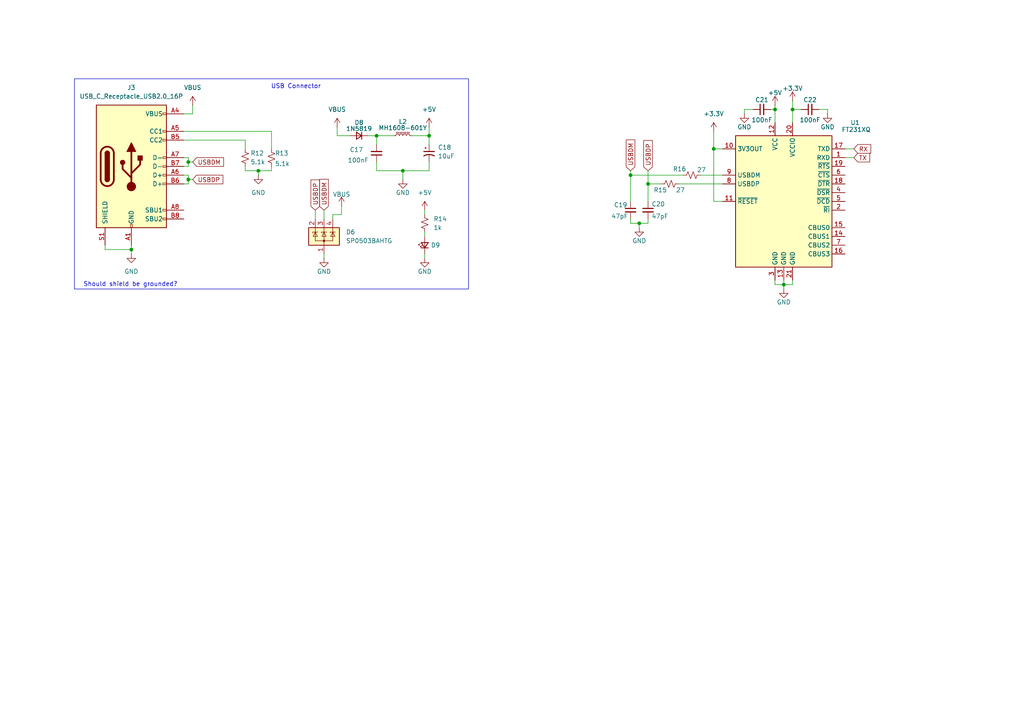
<source format=kicad_sch>
(kicad_sch (version 20231120) (generator "eeschema") (generator_version "8.0")
  (paper "A4")
  (lib_symbols
    (symbol "Connector:USB_C_Receptacle_USB2.0_16P" (pin_names (offset 1.016))
      (property "Reference" "J" (at 0 22.225 0))
      (property "Value" "USB_C_Receptacle_USB2.0_16P" (at 0 19.685 0))
      (symbol "USB_C_Receptacle_USB2.0_16P_0_0"
        (rectangle (start -0.254 -17.78) (end 0.254 -16.764))
        (rectangle (start 10.16 -14.986) (end 9.144 -15.494))
        (rectangle (start 10.16 -12.446) (end 9.144 -12.954))
        (rectangle (start 10.16 -4.826) (end 9.144 -5.334))
        (rectangle (start 10.16 -2.286) (end 9.144 -2.794))
        (rectangle (start 10.16 0.254) (end 9.144 -0.254))
        (rectangle (start 10.16 2.794) (end 9.144 2.286))
        (rectangle (start 10.16 7.874) (end 9.144 7.366))
        (rectangle (start 10.16 10.414) (end 9.144 9.906))
        (rectangle (start 10.16 15.494) (end 9.144 14.986))
      )
      (symbol "USB_C_Receptacle_USB2.0_16P_0_1"
        (rectangle (start -10.16 17.78) (end 10.16 -17.78) (stroke (width 0.254)) (fill (type background)))
        (arc (start -8.89 -3.81) (mid -6.985 -5.7067) (end -5.08 -3.81) (stroke (width 0.508)))
        (arc (start -7.62 -3.81) (mid -6.985 -4.4423) (end -6.35 -3.81) (stroke (width 0.254)))
        (arc (start -7.62 -3.81) (mid -6.985 -4.4423) (end -6.35 -3.81) (stroke (width 0.254)) (fill (type outline)))
        (rectangle (start -7.62 -3.81) (end -6.35 3.81) (stroke (width 0.254)) (fill (type outline)))
        (arc (start -6.35 3.81) (mid -6.985 4.4423) (end -7.62 3.81) (stroke (width 0.254)))
        (arc (start -6.35 3.81) (mid -6.985 4.4423) (end -7.62 3.81) (stroke (width 0.254)) (fill (type outline)))
        (arc (start -5.08 3.81) (mid -6.985 5.7067) (end -8.89 3.81) (stroke (width 0.508)))
        (circle (center -2.54 1.143) (radius 0.635) (stroke (width 0.254)) (fill (type outline)))
        (circle (center 0 -5.842) (radius 1.27) (fill (type outline)))
        (polyline (pts (xy -8.89 -3.81) (xy -8.89 3.81)) (stroke (width 0.508)))
        (polyline (pts (xy -5.08 3.81) (xy -5.08 -3.81)) (stroke (width 0.508)))
        (polyline (pts (xy 0 -5.842) (xy 0 4.318)) (stroke (width 0.508)))
        (polyline (pts (xy 0 -3.302) (xy -2.54 -0.762) (xy -2.54 0.508)) (stroke (width 0.508)))
        (polyline (pts (xy 0 -2.032) (xy 2.54 0.508) (xy 2.54 1.778)) (stroke (width 0.508)))
        (polyline (pts (xy -1.27 4.318) (xy 0 6.858) (xy 1.27 4.318) (xy -1.27 4.318)) (stroke (width 0.254)) (fill (type outline)))
        (rectangle (start 1.905 1.778) (end 3.175 3.048) (stroke (width 0.254)) (fill (type outline)))
      )
      (symbol "USB_C_Receptacle_USB2.0_16P_1_1"
        (pin passive line (at 0 -22.86 90) (length 5.08) (name "GND") (number "A1"))
        (pin passive line (at 0 -22.86 90) (length 5.08) hide (name "GND") (number "A12"))
        (pin passive line (at 15.24 15.24 180) (length 5.08) (name "VBUS") (number "A4"))
        (pin bidirectional line (at 15.24 10.16 180) (length 5.08) (name "CC1") (number "A5"))
        (pin bidirectional line (at 15.24 -2.54 180) (length 5.08) (name "D+") (number "A6"))
        (pin bidirectional line (at 15.24 2.54 180) (length 5.08) (name "D-") (number "A7"))
        (pin bidirectional line (at 15.24 -12.7 180) (length 5.08) (name "SBU1") (number "A8"))
        (pin passive line (at 15.24 15.24 180) (length 5.08) hide (name "VBUS") (number "A9"))
        (pin passive line (at 0 -22.86 90) (length 5.08) hide (name "GND") (number "B1"))
        (pin passive line (at 0 -22.86 90) (length 5.08) hide (name "GND") (number "B12"))
        (pin passive line (at 15.24 15.24 180) (length 5.08) hide (name "VBUS") (number "B4"))
        (pin bidirectional line (at 15.24 7.62 180) (length 5.08) (name "CC2") (number "B5"))
        (pin bidirectional line (at 15.24 -5.08 180) (length 5.08) (name "D+") (number "B6"))
        (pin bidirectional line (at 15.24 0 180) (length 5.08) (name "D-") (number "B7"))
        (pin bidirectional line (at 15.24 -15.24 180) (length 5.08) (name "SBU2") (number "B8"))
        (pin passive line (at 15.24 15.24 180) (length 5.08) hide (name "VBUS") (number "B9"))
        (pin passive line (at -7.62 -22.86 90) (length 5.08) (name "SHIELD") (number "S1"))
      )
    )
    (symbol "Device:C_Polarized_Small_US" (pin_numbers hide) (pin_names (offset 0.254) hide)
      (property "Reference" "C" (at 0.254 1.778 0))
      (property "Value" "C_Polarized_Small_US" (at 0.254 -2.032 0))
      (symbol "C_Polarized_Small_US_0_1"
        (polyline (pts (xy -1.524 0.508) (xy 1.524 0.508)) (stroke (width 0.3048)))
        (polyline (pts (xy -1.27 1.524) (xy -0.762 1.524)))
        (polyline (pts (xy -1.016 1.27) (xy -1.016 1.778)))
        (arc (start 1.524 -0.762) (mid 0 -0.3734) (end -1.524 -0.762) (stroke (width 0.3048)))
      )
      (symbol "C_Polarized_Small_US_1_1"
        (pin passive line (at 0 2.54 270) (length 2.032) (name "~") (number "1"))
        (pin passive line (at 0 -2.54 90) (length 2.032) (name "~") (number "2"))
      )
    )
    (symbol "Device:C_Small" (pin_numbers hide) (pin_names (offset 0.254) hide)
      (property "Reference" "C" (at 0.254 1.778 0))
      (property "Value" "C_Small" (at 0.254 -2.032 0))
      (symbol "C_Small_0_1"
        (polyline (pts (xy -1.524 -0.508) (xy 1.524 -0.508)) (stroke (width 0.3302)))
        (polyline (pts (xy -1.524 0.508) (xy 1.524 0.508)) (stroke (width 0.3048)))
      )
      (symbol "C_Small_1_1"
        (pin passive line (at 0 2.54 270) (length 2.032) (name "~") (number "1"))
        (pin passive line (at 0 -2.54 90) (length 2.032) (name "~") (number "2"))
      )
    )
    (symbol "Device:D_Small" (pin_numbers hide) (pin_names (offset 0.254) hide)
      (property "Reference" "D" (at -1.27 2.032 0))
      (property "Value" "D_Small" (at -3.81 -2.032 0))
      (symbol "D_Small_0_1"
        (polyline (pts (xy -0.762 -1.016) (xy -0.762 1.016)) (stroke (width 0.254)))
        (polyline (pts (xy -0.762 0) (xy 0.762 0)))
        (polyline (pts (xy 0.762 -1.016) (xy -0.762 0) (xy 0.762 1.016) (xy 0.762 -1.016)) (stroke (width 0.254)))
      )
      (symbol "D_Small_1_1"
        (pin passive line (at -2.54 0 0) (length 1.778) (name "K") (number "1"))
        (pin passive line (at 2.54 0 180) (length 1.778) (name "A") (number "2"))
      )
    )
    (symbol "Device:LED_Small" (pin_numbers hide) (pin_names (offset 0.254) hide)
      (property "Reference" "D" (at -1.27 3.175 0))
      (property "Value" "LED_Small" (at -4.445 -2.54 0))
      (symbol "LED_Small_0_1"
        (polyline (pts (xy -0.762 -1.016) (xy -0.762 1.016)) (stroke (width 0.254)))
        (polyline (pts (xy 1.016 0) (xy -0.762 0)))
        (polyline (pts (xy 0.762 -1.016) (xy -0.762 0) (xy 0.762 1.016) (xy 0.762 -1.016)) (stroke (width 0.254)))
        (polyline (pts (xy 0 0.762) (xy -0.508 1.27) (xy -0.254 1.27) (xy -0.508 1.27) (xy -0.508 1.016)))
        (polyline (pts (xy 0.508 1.27) (xy 0 1.778) (xy 0.254 1.778) (xy 0 1.778) (xy 0 1.524)))
      )
      (symbol "LED_Small_1_1"
        (pin passive line (at -2.54 0 0) (length 1.778) (name "K") (number "1"))
        (pin passive line (at 2.54 0 180) (length 1.778) (name "A") (number "2"))
      )
    )
    (symbol "Device:L_Ferrite_Small" (pin_numbers hide) (pin_names (offset 0.254) hide)
      (property "Reference" "L" (at 1.27 1.016 0))
      (property "Value" "L_Ferrite_Small" (at 1.27 -1.27 0))
      (symbol "L_Ferrite_Small_0_1"
        (arc (start 0 -2.032) (mid 0.5058 -1.524) (end 0 -1.016))
        (arc (start 0 -1.016) (mid 0.5058 -0.508) (end 0 0))
        (polyline (pts (xy 0.762 -1.905) (xy 0.762 -1.651)))
        (polyline (pts (xy 0.762 -1.397) (xy 0.762 -1.143)))
        (polyline (pts (xy 0.762 -0.889) (xy 0.762 -0.635)))
        (polyline (pts (xy 0.762 -0.381) (xy 0.762 -0.127)))
        (polyline (pts (xy 0.762 0.127) (xy 0.762 0.381)))
        (polyline (pts (xy 0.762 0.635) (xy 0.762 0.889)))
        (polyline (pts (xy 0.762 1.143) (xy 0.762 1.397)))
        (polyline (pts (xy 0.762 1.651) (xy 0.762 1.905)))
        (polyline (pts (xy 1.016 -1.651) (xy 1.016 -1.905)))
        (polyline (pts (xy 1.016 -1.143) (xy 1.016 -1.397)))
        (polyline (pts (xy 1.016 -0.635) (xy 1.016 -0.889)))
        (polyline (pts (xy 1.016 -0.127) (xy 1.016 -0.381)))
        (polyline (pts (xy 1.016 0.381) (xy 1.016 0.127)))
        (polyline (pts (xy 1.016 0.889) (xy 1.016 0.635)))
        (polyline (pts (xy 1.016 1.397) (xy 1.016 1.143)))
        (polyline (pts (xy 1.016 1.905) (xy 1.016 1.651)))
        (arc (start 0 0) (mid 0.5058 0.508) (end 0 1.016))
        (arc (start 0 1.016) (mid 0.5058 1.524) (end 0 2.032))
      )
      (symbol "L_Ferrite_Small_1_1"
        (pin passive line (at 0 2.54 270) (length 0.508) (name "~") (number "1"))
        (pin passive line (at 0 -2.54 90) (length 0.508) (name "~") (number "2"))
      )
    )
    (symbol "Device:R_Small_US" (pin_numbers hide) (pin_names (offset 0.254) hide)
      (property "Reference" "R" (at 0.762 0.508 0))
      (property "Value" "R_Small_US" (at 0.762 -1.016 0))
      (symbol "R_Small_US_1_1"
        (polyline (pts (xy 0 0) (xy 1.016 -0.381) (xy 0 -0.762) (xy -1.016 -1.143) (xy 0 -1.524)))
        (polyline (pts (xy 0 1.524) (xy 1.016 1.143) (xy 0 0.762) (xy -1.016 0.381) (xy 0 0)))
        (pin passive line (at 0 2.54 270) (length 1.016) (name "~") (number "1"))
        (pin passive line (at 0 -2.54 90) (length 1.016) (name "~") (number "2"))
      )
    )
    (symbol "Interface_USB:FT231XQ"
      (property "Reference" "U" (at -13.97 20.32 0))
      (property "Value" "FT231XQ" (at 6.35 20.32 0))
      (symbol "FT231XQ_0_1"
        (rectangle (start -13.97 19.05) (end 13.97 -19.05) (stroke (width 0.254)) (fill (type background)))
      )
      (symbol "FT231XQ_1_1"
        (pin input line (at 17.78 12.7 180) (length 3.81) (name "RXD") (number "1"))
        (pin power_out line (at -17.78 15.24 0) (length 3.81) (name "3V3OUT") (number "10"))
        (pin input line (at -17.78 0 0) (length 3.81) (name "~{RESET}") (number "11"))
        (pin power_in line (at -2.54 22.86 270) (length 3.81) (name "VCC") (number "12"))
        (pin power_in line (at 0 -22.86 90) (length 3.81) (name "GND") (number "13"))
        (pin bidirectional line (at 17.78 -10.16 180) (length 3.81) (name "CBUS1") (number "14"))
        (pin bidirectional line (at 17.78 -7.62 180) (length 3.81) (name "CBUS0") (number "15"))
        (pin bidirectional line (at 17.78 -15.24 180) (length 3.81) (name "CBUS3") (number "16"))
        (pin output line (at 17.78 15.24 180) (length 3.81) (name "TXD") (number "17"))
        (pin output line (at 17.78 5.08 180) (length 3.81) (name "~{DTR}") (number "18"))
        (pin output line (at 17.78 10.16 180) (length 3.81) (name "~{RTS}") (number "19"))
        (pin input line (at 17.78 -2.54 180) (length 3.81) (name "~{RI}") (number "2"))
        (pin power_in line (at 2.54 22.86 270) (length 3.81) (name "VCCIO") (number "20"))
        (pin power_in line (at 2.54 -22.86 90) (length 3.81) (name "GND") (number "21"))
        (pin power_in line (at -2.54 -22.86 90) (length 3.81) (name "GND") (number "3"))
        (pin input line (at 17.78 2.54 180) (length 3.81) (name "~{DSR}") (number "4"))
        (pin input line (at 17.78 0 180) (length 3.81) (name "~{DCD}") (number "5"))
        (pin input line (at 17.78 7.62 180) (length 3.81) (name "~{CTS}") (number "6"))
        (pin bidirectional line (at 17.78 -12.7 180) (length 3.81) (name "CBUS2") (number "7"))
        (pin bidirectional line (at -17.78 5.08 0) (length 3.81) (name "USBDP") (number "8"))
        (pin bidirectional line (at -17.78 7.62 0) (length 3.81) (name "USBDM") (number "9"))
      )
    )
    (symbol "Power_Protection:SP0503BAHT" (pin_names hide)
      (property "Reference" "D" (at 5.715 2.54 0))
      (property "Value" "SP0503BAHT" (at 5.715 0.635 0))
      (symbol "SP0503BAHT_0_0"
        (pin passive line (at 0 -5.08 90) (length 2.54) (name "A") (number "1"))
      )
      (symbol "SP0503BAHT_0_1"
        (rectangle (start -4.445 2.54) (end 4.445 -2.54) (stroke (width 0.254)) (fill (type background)))
        (circle (center 0 -1.27) (radius 0.254) (fill (type outline)))
        (polyline (pts (xy -2.54 2.54) (xy -2.54 1.27)))
        (polyline (pts (xy 0 -1.27) (xy 0 -2.54)))
        (polyline (pts (xy 0 -1.27) (xy 0 1.27)))
        (polyline (pts (xy 0 2.54) (xy 0 1.27)))
        (polyline (pts (xy 0.635 1.27) (xy 0.762 1.27)))
        (polyline (pts (xy 2.54 2.54) (xy 2.54 1.27)))
        (polyline (pts (xy 0.635 1.27) (xy -0.762 1.27) (xy -0.762 1.016)))
        (polyline (pts (xy -3.302 1.016) (xy -3.302 1.27) (xy -1.905 1.27) (xy -1.778 1.27)))
        (polyline (pts (xy -2.54 1.27) (xy -2.54 -1.27) (xy 2.54 -1.27) (xy 2.54 1.27)))
        (polyline (pts (xy -2.54 1.27) (xy -1.905 0) (xy -3.175 0) (xy -2.54 1.27)))
        (polyline (pts (xy 0.635 0) (xy -0.635 0) (xy 0 1.27) (xy 0.635 0)))
        (polyline (pts (xy 1.778 1.016) (xy 1.778 1.27) (xy 3.175 1.27) (xy 3.302 1.27)))
        (polyline (pts (xy 2.54 1.27) (xy 1.905 0) (xy 3.175 0) (xy 2.54 1.27)))
      )
      (symbol "SP0503BAHT_1_1"
        (pin passive line (at -2.54 5.08 270) (length 2.54) (name "K") (number "2"))
        (pin passive line (at 0 5.08 270) (length 2.54) (name "K") (number "3"))
        (pin passive line (at 2.54 5.08 270) (length 2.54) (name "K") (number "4"))
      )
    )
    (symbol "power:+3.3V" (power) (pin_numbers hide) (pin_names (offset 0) hide)
      (property "Value" "+3.3V" (at 0 3.556 0))
      (symbol "+3.3V_0_1"
        (polyline (pts (xy -0.762 1.27) (xy 0 2.54)))
        (polyline (pts (xy 0 0) (xy 0 2.54)))
        (polyline (pts (xy 0 2.54) (xy 0.762 1.27)))
      )
      (symbol "+3.3V_1_1"
        (pin power_in line (at 0 0 90) (length 0) (name "~") (number "1"))
      )
    )
    (symbol "power:+5V" (power) (pin_numbers hide) (pin_names (offset 0) hide)
      (property "Value" "+5V" (at 0 3.556 0))
      (symbol "+5V_0_1"
        (polyline (pts (xy -0.762 1.27) (xy 0 2.54)))
        (polyline (pts (xy 0 0) (xy 0 2.54)))
        (polyline (pts (xy 0 2.54) (xy 0.762 1.27)))
      )
      (symbol "+5V_1_1"
        (pin power_in line (at 0 0 90) (length 0) (name "~") (number "1"))
      )
    )
    (symbol "power:GND" (power) (pin_numbers hide) (pin_names (offset 0) hide)
      (property "Value" "GND" (at 0 -3.81 0))
      (symbol "GND_0_1"
        (polyline (pts (xy 0 0) (xy 0 -1.27) (xy 1.27 -1.27) (xy 0 -2.54) (xy -1.27 -1.27) (xy 0 -1.27)))
      )
      (symbol "GND_1_1"
        (pin power_in line (at 0 0 270) (length 0) (name "~") (number "1"))
      )
    )
    (symbol "power:VBUS" (power) (pin_numbers hide) (pin_names (offset 0) hide)
      (property "Value" "VBUS" (at 0 3.556 0))
      (symbol "VBUS_0_1"
        (polyline (pts (xy -0.762 1.27) (xy 0 2.54)))
        (polyline (pts (xy 0 0) (xy 0 2.54)))
        (polyline (pts (xy 0 2.54) (xy 0.762 1.27)))
      )
      (symbol "VBUS_1_1"
        (pin power_in line (at 0 0 90) (length 0) (name "~") (number "1"))
      )
    )
  )
  (junction (at 124.46 39.37))
  (junction (at 54.61 46.99))
  (junction (at 185.42 64.77))
  (junction (at 187.96 53.34))
  (junction (at 116.84 49.53))
  (junction (at 229.87 31.75))
  (junction (at 182.88 50.8))
  (junction (at 224.79 31.75))
  (junction (at 109.22 39.37))
  (junction (at 207.01 43.18))
  (junction (at 38.1 72.39))
  (junction (at 54.61 52.07))
  (junction (at 227.33 82.55))
  (junction (at 74.93 49.53))
  (wire (pts (xy 54.61 48.26) (xy 54.61 46.99)))
  (wire (pts (xy 224.79 30.48) (xy 224.79 31.75)))
  (wire (pts (xy 54.61 52.07) (xy 55.88 52.07)))
  (wire (pts (xy 182.88 64.77) (xy 185.42 64.77)))
  (wire (pts (xy 124.46 49.53) (xy 116.84 49.53)))
  (wire (pts (xy 123.19 60.96) (xy 123.19 62.23)))
  (wire (pts (xy 78.74 48.26) (xy 78.74 49.53)))
  (wire (pts (xy 224.79 81.28) (xy 224.79 82.55)))
  (wire (pts (xy 185.42 64.77) (xy 185.42 66.04)))
  (wire (pts (xy 229.87 31.75) (xy 232.41 31.75)))
  (wire (pts (xy 93.98 60.96) (xy 93.98 63.5)))
  (wire (pts (xy 53.34 53.34) (xy 54.61 53.34)))
  (wire (pts (xy 187.96 63.5) (xy 187.96 64.77)))
  (wire (pts (xy 53.34 38.1) (xy 78.74 38.1)))
  (wire (pts (xy 93.98 73.66) (xy 93.98 74.93)))
  (wire (pts (xy 71.12 43.18) (xy 71.12 40.64)))
  (wire (pts (xy 123.19 67.31) (xy 123.19 68.58)))
  (wire (pts (xy 99.06 62.23) (xy 96.52 62.23)))
  (wire (pts (xy 109.22 41.91) (xy 109.22 39.37)))
  (wire (pts (xy 182.88 49.53) (xy 182.88 50.8)))
  (wire (pts (xy 54.61 53.34) (xy 54.61 52.07)))
  (wire (pts (xy 187.96 53.34) (xy 191.77 53.34)))
  (wire (pts (xy 229.87 82.55) (xy 227.33 82.55)))
  (wire (pts (xy 91.44 60.96) (xy 91.44 63.5)))
  (wire (pts (xy 78.74 49.53) (xy 74.93 49.53)))
  (wire (pts (xy 96.52 62.23) (xy 96.52 63.5)))
  (wire (pts (xy 227.33 81.28) (xy 227.33 82.55)))
  (wire (pts (xy 209.55 58.42) (xy 207.01 58.42)))
  (wire (pts (xy 182.88 50.8) (xy 198.12 50.8)))
  (wire (pts (xy 182.88 63.5) (xy 182.88 64.77)))
  (wire (pts (xy 119.38 39.37) (xy 124.46 39.37)))
  (wire (pts (xy 78.74 38.1) (xy 78.74 43.18)))
  (wire (pts (xy 106.68 39.37) (xy 109.22 39.37)))
  (wire (pts (xy 109.22 49.53) (xy 116.84 49.53)))
  (wire (pts (xy 203.2 50.8) (xy 209.55 50.8)))
  (wire (pts (xy 245.11 43.18) (xy 247.65 43.18)))
  (wire (pts (xy 223.52 31.75) (xy 224.79 31.75)))
  (wire (pts (xy 55.88 33.02) (xy 53.34 33.02)))
  (wire (pts (xy 38.1 71.12) (xy 38.1 72.39)))
  (wire (pts (xy 123.19 73.66) (xy 123.19 74.93)))
  (wire (pts (xy 209.55 43.18) (xy 207.01 43.18)))
  (wire (pts (xy 53.34 45.72) (xy 54.61 45.72)))
  (wire (pts (xy 55.88 30.48) (xy 55.88 33.02)))
  (wire (pts (xy 207.01 58.42) (xy 207.01 43.18)))
  (wire (pts (xy 54.61 50.8) (xy 54.61 52.07)))
  (wire (pts (xy 74.93 49.53) (xy 74.93 50.8)))
  (wire (pts (xy 116.84 49.53) (xy 116.84 52.07)))
  (wire (pts (xy 97.79 39.37) (xy 97.79 36.83)))
  (wire (pts (xy 245.11 45.72) (xy 247.65 45.72)))
  (wire (pts (xy 38.1 72.39) (xy 38.1 73.66)))
  (wire (pts (xy 215.9 33.02) (xy 215.9 31.75)))
  (wire (pts (xy 109.22 46.99) (xy 109.22 49.53)))
  (wire (pts (xy 227.33 82.55) (xy 227.33 83.82)))
  (wire (pts (xy 224.79 82.55) (xy 227.33 82.55)))
  (wire (pts (xy 229.87 31.75) (xy 229.87 29.21)))
  (wire (pts (xy 229.87 81.28) (xy 229.87 82.55)))
  (wire (pts (xy 182.88 58.42) (xy 182.88 50.8)))
  (wire (pts (xy 71.12 49.53) (xy 74.93 49.53)))
  (wire (pts (xy 54.61 45.72) (xy 54.61 46.99)))
  (wire (pts (xy 229.87 35.56) (xy 229.87 31.75)))
  (wire (pts (xy 240.03 33.02) (xy 240.03 31.75)))
  (wire (pts (xy 196.85 53.34) (xy 209.55 53.34)))
  (wire (pts (xy 187.96 58.42) (xy 187.96 53.34)))
  (wire (pts (xy 30.48 71.12) (xy 30.48 72.39)))
  (wire (pts (xy 53.34 48.26) (xy 54.61 48.26)))
  (wire (pts (xy 224.79 31.75) (xy 224.79 35.56)))
  (wire (pts (xy 101.6 39.37) (xy 97.79 39.37)))
  (wire (pts (xy 53.34 40.64) (xy 71.12 40.64)))
  (wire (pts (xy 30.48 72.39) (xy 38.1 72.39)))
  (wire (pts (xy 215.9 31.75) (xy 218.44 31.75)))
  (wire (pts (xy 187.96 64.77) (xy 185.42 64.77)))
  (wire (pts (xy 53.34 50.8) (xy 54.61 50.8)))
  (wire (pts (xy 240.03 31.75) (xy 237.49 31.75)))
  (wire (pts (xy 124.46 36.83) (xy 124.46 39.37)))
  (wire (pts (xy 124.46 39.37) (xy 124.46 41.91)))
  (wire (pts (xy 207.01 43.18) (xy 207.01 38.1)))
  (wire (pts (xy 99.06 59.69) (xy 99.06 62.23)))
  (wire (pts (xy 124.46 46.99) (xy 124.46 49.53)))
  (wire (pts (xy 187.96 49.53) (xy 187.96 53.34)))
  (wire (pts (xy 109.22 39.37) (xy 114.3 39.37)))
  (wire (pts (xy 71.12 48.26) (xy 71.12 49.53)))
  (wire (pts (xy 54.61 46.99) (xy 55.88 46.99)))
  (rectangle (start 21.59 22.86) (end 135.89 83.82))
  (text "USB Connector" (at 85.852 25.146 0) (effects (font (size 1.27 1.27))))
  (text "Should shield be grounded?" (at 37.846 82.55 0) (effects (font (size 1.27 1.27))))
  (global_label "RX" (shape input) (at 247.65 43.18 0) (property "Intersheetrefs" "${INTERSHEET_REFS}" (effects (hide yes))))
  (global_label "USBDP" (shape input) (at 55.88 52.07 0) (property "Intersheetrefs" "${INTERSHEET_REFS}" (effects (hide yes))))
  (global_label "TX" (shape input) (at 247.65 45.72 0) (property "Intersheetrefs" "${INTERSHEET_REFS}" (effects (hide yes))))
  (global_label "USBDM" (shape input) (at 55.88 46.99 0) (property "Intersheetrefs" "${INTERSHEET_REFS}" (effects (hide yes))))
  (global_label "USBDM" (shape input) (at 182.88 49.53 90) (property "Intersheetrefs" "${INTERSHEET_REFS}" (effects (hide yes))))
  (global_label "USBDP" (shape input) (at 91.44 60.96 90) (property "Intersheetrefs" "${INTERSHEET_REFS}" (effects (hide yes))))
  (global_label "USBDP" (shape input) (at 187.96 49.53 90) (property "Intersheetrefs" "${INTERSHEET_REFS}" (effects (hide yes))))
  (global_label "USBDM" (shape input) (at 93.98 60.96 90) (property "Intersheetrefs" "${INTERSHEET_REFS}" (effects (hide yes))))
  (symbol (lib_id "Device:C_Small") (at 234.95 31.75 90) (unit 1)
    (property "Reference" "C22" (at 234.95 28.956 90))
    (property "Value" "100nF" (at 234.95 34.798 90))
    (property "Footprint" "Capacitor_SMD:C_0402_1005Metric" (effects (hide yes)))
    (property "Description" "Unpolarized capacitor, small symbol" (effects (hide yes)))
  )
  (symbol (lib_id "Device:C_Small") (at 220.98 31.75 90) (unit 1)
    (property "Reference" "C21" (at 220.98 28.956 90))
    (property "Value" "100nF" (at 220.98 34.798 90))
    (property "Footprint" "Capacitor_SMD:C_0402_1005Metric" (effects (hide yes)))
    (property "Description" "Unpolarized capacitor, small symbol" (effects (hide yes)))
  )
  (symbol (lib_id "Device:L_Ferrite_Small") (at 116.84 39.37 90) (unit 1)
    (property "Reference" "L2" (at 116.84 35.306 90))
    (property "Value" "MH1608-601Y" (at 116.84 37.084 90))
    (property "Footprint" "Inductor_SMD:L_0603_1608Metric" (effects (hide yes)))
    (property "Datasheet" "https://www.bourns.com/docs/Product-Datasheets/mh.pdf" (effects (hide yes)))
    (property "Description" "Inductor with ferrite core, small symbol" (effects (hide yes)))
  )
  (symbol (lib_id "Device:C_Small") (at 182.88 60.96 0) (unit 1)
    (property "Reference" "C19" (at 178.054 59.436 0) (effects (justify left)))
    (property "Value" "47pF" (at 177.292 62.738 0) (effects (justify left)))
    (property "Footprint" "Capacitor_SMD:C_0402_1005Metric" (effects (hide yes)))
    (property "Description" "Unpolarized capacitor, small symbol" (effects (hide yes)))
  )
  (symbol (lib_id "Device:R_Small_US") (at 78.74 45.72 0) (unit 1)
    (property "Reference" "R13" (at 79.756 44.45 0) (effects (justify left)))
    (property "Value" "5.1k" (at 79.756 47.498 0) (effects (justify left)))
    (property "Footprint" "Resistor_SMD:R_0603_1608Metric" (effects (hide yes)))
    (property "Description" "Resistor, small US symbol" (effects (hide yes)))
  )
  (symbol (lib_id "Connector:USB_C_Receptacle_USB2.0_16P") (at 38.1 48.26 0) (unit 1)
    (property "Reference" "J3" (at 38.1 25.4 0))
    (property "Value" "USB_C_Receptacle_USB2.0_16P" (at 38.1 27.94 0))
    (property "Footprint" "Connector_USB:USB_C_Receptacle_GCT_USB4085" (effects (hide yes)))
    (property "Datasheet" "https://www.usb.org/sites/default/files/documents/usb_type-c.zip" (effects (hide yes)))
    (property "Description" "USB 2.0-only 16P Type-C Receptacle connector" (effects (hide yes)))
    (property "Digikey" "2073-USB4085-GF-ACT-ND" (effects (hide yes)))
  )
  (symbol (lib_id "power:+3.3V") (at 229.87 29.21 0) (unit 1)
    (property "Reference" "#PWR045" (effects (hide yes)))
    (property "Value" "+3.3V" (at 229.87 25.654 0))
    (property "Description" "Power symbol creates a global label with name \"+3.3V\"" (effects (hide yes)))
  )
  (symbol (lib_id "power:+3.3V") (at 207.01 38.1 0) (unit 1)
    (property "Reference" "#PWR041" (effects (hide yes)))
    (property "Value" "+3.3V" (at 207.01 33.02 0))
    (property "Description" "Power symbol creates a global label with name \"+3.3V\"" (effects (hide yes)))
  )
  (symbol (lib_id "power:GND") (at 240.03 33.02 0) (unit 1)
    (property "Reference" "#PWR046" (effects (hide yes)))
    (property "Value" "GND" (at 240.03 36.83 0))
    (property "Description" "Power symbol creates a global label with name \"GND\" , ground" (effects (hide yes)))
  )
  (symbol (lib_id "power:+5V") (at 124.46 36.83 0) (unit 1)
    (property "Reference" "#PWR039" (effects (hide yes)))
    (property "Value" "+5V" (at 124.46 31.75 0))
    (property "Description" "Power symbol creates a global label with name \"+5V\"" (effects (hide yes)))
  )
  (symbol (lib_id "Device:R_Small_US") (at 71.12 45.72 0) (unit 1)
    (property "Reference" "R12" (at 72.644 44.45 0) (effects (justify left)))
    (property "Value" "5.1k" (at 72.644 46.99 0) (effects (justify left)))
    (property "Footprint" "Resistor_SMD:R_0603_1608Metric" (effects (hide yes)))
    (property "Description" "Resistor, small US symbol" (effects (hide yes)))
  )
  (symbol (lib_id "Device:R_Small_US") (at 194.31 53.34 90) (unit 1)
    (property "Reference" "R15" (at 191.516 55.118 90))
    (property "Value" "27" (at 197.358 55.118 90))
    (property "Footprint" "Resistor_SMD:R_0603_1608Metric" (effects (hide yes)))
    (property "Description" "Resistor, small US symbol" (effects (hide yes)))
  )
  (symbol (lib_id "Device:R_Small_US") (at 123.19 64.77 0) (unit 1)
    (property "Reference" "R14" (at 125.73 63.4999 0) (effects (justify left)))
    (property "Value" "1k" (at 125.73 66.0399 0) (effects (justify left)))
    (property "Footprint" "Resistor_SMD:R_0603_1608Metric" (effects (hide yes)))
    (property "Description" "Resistor, small US symbol" (effects (hide yes)))
  )
  (symbol (lib_id "Power_Protection:SP0503BAHT") (at 93.98 68.58 0) (unit 1)
    (property "Reference" "D6" (at 100.33 67.3099 0) (effects (justify left)))
    (property "Value" "SP0503BAHTG" (at 100.33 69.8499 0) (effects (justify left)))
    (property "Footprint" "Package_TO_SOT_SMD:SOT-143" (effects (hide yes)))
    (property "Datasheet" "http://www.littelfuse.com/~/media/files/littelfuse/technical%20resources/documents/data%20sheets/sp05xxba.pdf" (effects (hide yes)))
    (property "Description" "TVS Diode Array, 5.5V Standoff, 3 Channels, SOT-143 package" (effects (hide yes)))
    (property "Digikey" "F2715CT-ND" (effects (hide yes)))
  )
  (symbol (lib_id "power:+5V") (at 224.79 30.48 0) (unit 1)
    (property "Reference" "#PWR043" (effects (hide yes)))
    (property "Value" "+5V" (at 224.79 26.924 0))
    (property "Description" "Power symbol creates a global label with name \"+5V\"" (effects (hide yes)))
  )
  (symbol (lib_id "power:GND") (at 123.19 74.93 0) (unit 1)
    (property "Reference" "#PWR038" (effects (hide yes)))
    (property "Value" "GND" (at 123.19 78.74 0))
    (property "Description" "Power symbol creates a global label with name \"GND\" , ground" (effects (hide yes)))
  )
  (symbol (lib_id "Device:LED_Small") (at 123.19 71.12 90) (unit 1)
    (property "Reference" "D9" (at 124.968 71.12 90) (effects (justify right)))
    (property "Value" "150080VS75000" (effects (hide yes)))
    (property "Footprint" "LED_SMD:LED_0805_2012Metric" (effects (hide yes)))
    (property "Datasheet" "https://www.we-online.com/components/products/datasheet/150080VS75000.pdf" (effects (hide yes)))
    (property "Description" "Light emitting diode, small symbol" (effects (hide yes)))
  )
  (symbol (lib_id "Device:C_Small") (at 109.22 44.45 180) (unit 1)
    (property "Reference" "C17" (at 103.378 43.434 0))
    (property "Value" "100nF" (at 103.886 46.482 0))
    (property "Footprint" "Capacitor_SMD:C_0402_1005Metric" (effects (hide yes)))
    (property "Description" "Unpolarized capacitor, small symbol" (effects (hide yes)))
  )
  (symbol (lib_id "power:VBUS") (at 99.06 59.69 0) (unit 1)
    (property "Reference" "#PWR035" (effects (hide yes)))
    (property "Value" "VBUS" (at 99.06 56.388 0))
    (property "Description" "Power symbol creates a global label with name \"VBUS\"" (effects (hide yes)))
  )
  (symbol (lib_id "Device:R_Small_US") (at 200.66 50.8 90) (unit 1)
    (property "Reference" "R16" (at 197.104 49.022 90))
    (property "Value" "27" (at 203.454 49.276 90))
    (property "Footprint" "Resistor_SMD:R_0603_1608Metric" (effects (hide yes)))
    (property "Description" "Resistor, small US symbol" (effects (hide yes)))
  )
  (symbol (lib_id "power:VBUS") (at 97.79 36.83 0) (unit 1)
    (property "Reference" "#PWR034" (effects (hide yes)))
    (property "Value" "VBUS" (at 97.79 31.75 0))
    (property "Description" "Power symbol creates a global label with name \"VBUS\"" (effects (hide yes)))
  )
  (symbol (lib_id "power:GND") (at 93.98 74.93 0) (unit 1)
    (property "Reference" "#PWR033" (effects (hide yes)))
    (property "Value" "GND" (at 93.98 78.74 0))
    (property "Description" "Power symbol creates a global label with name \"GND\" , ground" (effects (hide yes)))
  )
  (symbol (lib_id "power:GND") (at 116.84 52.07 0) (unit 1)
    (property "Reference" "#PWR036" (effects (hide yes)))
    (property "Value" "GND" (at 116.84 55.88 0))
    (property "Description" "Power symbol creates a global label with name \"GND\" , ground" (effects (hide yes)))
  )
  (symbol (lib_id "Device:D_Small") (at 104.14 39.37 180) (unit 1)
    (property "Reference" "D8" (at 104.14 35.56 0))
    (property "Value" "1N5819" (at 104.14 37.338 0))
    (property "Footprint" "Diode_SMD:D_SOD-123" (effects (hide yes)))
    (property "Datasheet" "https://www.diodes.com/assets/Datasheets/1N5819HW.pdf" (effects (hide yes)))
    (property "Description" "Diode, small symbol" (effects (hide yes)))
    (property "Sim.Device" "D" (effects (hide yes)))
    (property "Sim.Pins" "1=K 2=A" (effects (hide yes)))
  )
  (symbol (lib_id "power:GND") (at 215.9 33.02 0) (unit 1)
    (property "Reference" "#PWR042" (effects (hide yes)))
    (property "Value" "GND" (at 215.9 36.83 0))
    (property "Description" "Power symbol creates a global label with name \"GND\" , ground" (effects (hide yes)))
  )
  (symbol (lib_id "Device:C_Polarized_Small_US") (at 124.46 44.45 0) (unit 1)
    (property "Reference" "C18" (at 127 42.7481 0) (effects (justify left)))
    (property "Value" "10uF" (at 127 45.2881 0) (effects (justify left)))
    (property "Footprint" "Capacitor_Tantalum_SMD:CP_EIA-3216-18_Kemet-A" (effects (hide yes)))
    (property "Description" "Polarized capacitor, small US symbol" (effects (hide yes)))
  )
  (symbol (lib_id "power:VBUS") (at 55.88 30.48 0) (unit 1)
    (property "Reference" "#PWR031" (effects (hide yes)))
    (property "Value" "VBUS" (at 55.88 25.4 0))
    (property "Description" "Power symbol creates a global label with name \"VBUS\"" (effects (hide yes)))
  )
  (symbol (lib_id "power:GND") (at 74.93 50.8 0) (unit 1)
    (property "Reference" "#PWR032" (effects (hide yes)))
    (property "Value" "GND" (at 74.93 55.88 0))
    (property "Description" "Power symbol creates a global label with name \"GND\" , ground" (effects (hide yes)))
  )
  (symbol (lib_id "power:+5V") (at 123.19 60.96 0) (unit 1)
    (property "Reference" "#PWR037" (effects (hide yes)))
    (property "Value" "+5V" (at 123.19 55.88 0))
    (property "Description" "Power symbol creates a global label with name \"+5V\"" (effects (hide yes)))
  )
  (symbol (lib_id "Device:C_Small") (at 187.96 60.96 0) (unit 1)
    (property "Reference" "C20" (at 188.976 59.182 0) (effects (justify left)))
    (property "Value" "47pF" (at 188.976 62.738 0) (effects (justify left)))
    (property "Footprint" "Capacitor_SMD:C_0402_1005Metric" (effects (hide yes)))
    (property "Description" "Unpolarized capacitor, small symbol" (effects (hide yes)))
  )
  (symbol (lib_id "power:GND") (at 185.42 66.04 0) (unit 1)
    (property "Reference" "#PWR040" (effects (hide yes)))
    (property "Value" "GND" (at 185.42 69.85 0))
    (property "Description" "Power symbol creates a global label with name \"GND\" , ground" (effects (hide yes)))
  )
  (symbol (lib_id "Interface_USB:FT231XQ") (at 227.33 58.42 0) (unit 1)
    (property "Reference" "U1" (at 246.634 35.56 0) (effects (justify left)))
    (property "Value" "FT231XQ" (at 244.094 37.592 0) (effects (justify left)))
    (property "Footprint" "Package_DFN_QFN:QFN-20-1EP_4x4mm_P0.5mm_EP2.5x2.5mm" (effects (hide yes)))
    (property "Datasheet" "https://www.ftdichip.com/Support/Documents/DataSheets/ICs/DS_FT231X.pdf" (effects (hide yes)))
    (property "Description" "Full Speed USB to Full Handshake UART, QFN-20" (effects (hide yes)))
  )
  (symbol (lib_id "power:GND") (at 227.33 83.82 0) (unit 1)
    (property "Reference" "#PWR044" (effects (hide yes)))
    (property "Value" "GND" (at 227.33 87.63 0))
    (property "Description" "Power symbol creates a global label with name \"GND\" , ground" (effects (hide yes)))
  )
  (symbol (lib_id "power:GND") (at 38.1 73.66 0) (unit 1)
    (property "Reference" "#PWR030" (effects (hide yes)))
    (property "Value" "GND" (at 38.1 78.74 0))
    (property "Description" "Power symbol creates a global label with name \"GND\" , ground" (effects (hide yes)))
  )
)
</source>
